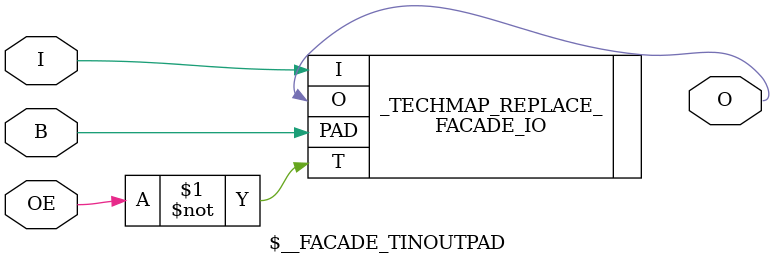
<source format=v>
module \$lut (A, Y);
	parameter WIDTH = 0;
	parameter LUT = 0;
	input [WIDTH-1:0] A;
	output Y;

	localparam rep = 1<<(4-WIDTH);
	wire [3:0] I;

	generate
		if(WIDTH == 1) begin
			assign I = {1'b0, 1'b0, 1'b0, A[0]};
		end else if(WIDTH == 2) begin
			assign I = {1'b0, 1'b0, A[1], A[0]};
		end else if(WIDTH == 3) begin
			assign I = {1'b0, A[2], A[1], A[0]};
		end else if(WIDTH == 4) begin
			assign I = {A[3], A[2], A[1], A[0]};
		end else begin
			wire _TECHMAP_FAIL_ = 1;
		end
	endgenerate

	LUT4 #(.INIT({rep{LUT}})) _TECHMAP_REPLACE_ (.A(I[0]), .B(I[1]), .C(I[2]), .D(I[3]), .Z(Y));
endmodule

// DFFs
module  \$_DFF_P_ (input D, C, output Q); FACADE_FF #(.CEMUX("1"), .CLKMUX("CLK"), .LSRMUX("LSR"), .REGSET("RESET")) _TECHMAP_REPLACE_ (.CLK(C), .LSR(1'b0), .DI(D), .Q(Q)); endmodule

// IO- "$__" cells for the iopadmap pass.
module  \$__FACADE_OUTPAD (input I, output O); FACADE_IO #(.DIR("OUTPUT")) _TECHMAP_REPLACE_ (.PAD(O), .I(I), .T(1'b0)); endmodule
module  \$__FACADE_INPAD (input I, output O); FACADE_IO #(.DIR("INPUT")) _TECHMAP_REPLACE_ (.PAD(I), .O(O)); endmodule
module  \$__FACADE_TOUTPAD (input I, OE, output O); FACADE_IO #(.DIR("OUTPUT")) _TECHMAP_REPLACE_ (.PAD(O), .I(I), .T(~OE)); endmodule
module  \$__FACADE_TINOUTPAD (input I, OE, output O, inout B); FACADE_IO #(.DIR("BIDIR")) _TECHMAP_REPLACE_ (.PAD(B), .I(I), .O(O), .T(~OE)); endmodule

</source>
